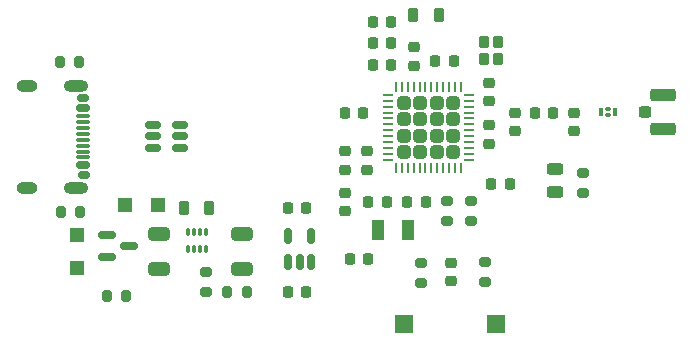
<source format=gbr>
%TF.GenerationSoftware,KiCad,Pcbnew,9.0.4*%
%TF.CreationDate,2025-09-25T07:19:07+02:00*%
%TF.ProjectId,stm32_sensirion_wb,73746d33-325f-4736-956e-736972696f6e,rev?*%
%TF.SameCoordinates,Original*%
%TF.FileFunction,Paste,Top*%
%TF.FilePolarity,Positive*%
%FSLAX46Y46*%
G04 Gerber Fmt 4.6, Leading zero omitted, Abs format (unit mm)*
G04 Created by KiCad (PCBNEW 9.0.4) date 2025-09-25 07:19:07*
%MOMM*%
%LPD*%
G01*
G04 APERTURE LIST*
G04 Aperture macros list*
%AMRoundRect*
0 Rectangle with rounded corners*
0 $1 Rounding radius*
0 $2 $3 $4 $5 $6 $7 $8 $9 X,Y pos of 4 corners*
0 Add a 4 corners polygon primitive as box body*
4,1,4,$2,$3,$4,$5,$6,$7,$8,$9,$2,$3,0*
0 Add four circle primitives for the rounded corners*
1,1,$1+$1,$2,$3*
1,1,$1+$1,$4,$5*
1,1,$1+$1,$6,$7*
1,1,$1+$1,$8,$9*
0 Add four rect primitives between the rounded corners*
20,1,$1+$1,$2,$3,$4,$5,0*
20,1,$1+$1,$4,$5,$6,$7,0*
20,1,$1+$1,$6,$7,$8,$9,0*
20,1,$1+$1,$8,$9,$2,$3,0*%
G04 Aperture macros list end*
%ADD10R,1.200000X1.200000*%
%ADD11RoundRect,0.200000X-0.275000X0.200000X-0.275000X-0.200000X0.275000X-0.200000X0.275000X0.200000X0*%
%ADD12RoundRect,0.225000X-0.250000X0.225000X-0.250000X-0.225000X0.250000X-0.225000X0.250000X0.225000X0*%
%ADD13RoundRect,0.218750X-0.218750X-0.381250X0.218750X-0.381250X0.218750X0.381250X-0.218750X0.381250X0*%
%ADD14RoundRect,0.218750X-0.218750X-0.256250X0.218750X-0.256250X0.218750X0.256250X-0.218750X0.256250X0*%
%ADD15RoundRect,0.225000X0.250000X-0.225000X0.250000X0.225000X-0.250000X0.225000X-0.250000X-0.225000X0*%
%ADD16RoundRect,0.150000X-0.587500X-0.150000X0.587500X-0.150000X0.587500X0.150000X-0.587500X0.150000X0*%
%ADD17RoundRect,0.225000X0.225000X0.250000X-0.225000X0.250000X-0.225000X-0.250000X0.225000X-0.250000X0*%
%ADD18RoundRect,0.102000X0.323000X-0.373000X0.323000X0.373000X-0.323000X0.373000X-0.323000X-0.373000X0*%
%ADD19RoundRect,0.250000X-0.275000X-0.250000X0.275000X-0.250000X0.275000X0.250000X-0.275000X0.250000X0*%
%ADD20RoundRect,0.250000X-0.850000X-0.275000X0.850000X-0.275000X0.850000X0.275000X-0.850000X0.275000X0*%
%ADD21RoundRect,0.250000X0.315000X-0.315000X0.315000X0.315000X-0.315000X0.315000X-0.315000X-0.315000X0*%
%ADD22RoundRect,0.062500X0.062500X-0.375000X0.062500X0.375000X-0.062500X0.375000X-0.062500X-0.375000X0*%
%ADD23RoundRect,0.062500X0.375000X-0.062500X0.375000X0.062500X-0.375000X0.062500X-0.375000X-0.062500X0*%
%ADD24RoundRect,0.150000X0.150000X-0.512500X0.150000X0.512500X-0.150000X0.512500X-0.150000X-0.512500X0*%
%ADD25RoundRect,0.200000X0.200000X0.275000X-0.200000X0.275000X-0.200000X-0.275000X0.200000X-0.275000X0*%
%ADD26RoundRect,0.218750X0.256250X-0.218750X0.256250X0.218750X-0.256250X0.218750X-0.256250X-0.218750X0*%
%ADD27R,1.500000X1.500000*%
%ADD28RoundRect,0.250000X-0.650000X0.325000X-0.650000X-0.325000X0.650000X-0.325000X0.650000X0.325000X0*%
%ADD29RoundRect,0.050000X-0.100000X0.285000X-0.100000X-0.285000X0.100000X-0.285000X0.100000X0.285000X0*%
%ADD30RoundRect,0.200000X-0.200000X-0.275000X0.200000X-0.275000X0.200000X0.275000X-0.200000X0.275000X0*%
%ADD31RoundRect,0.243750X0.456250X-0.243750X0.456250X0.243750X-0.456250X0.243750X-0.456250X-0.243750X0*%
%ADD32RoundRect,0.200000X0.275000X-0.200000X0.275000X0.200000X-0.275000X0.200000X-0.275000X-0.200000X0*%
%ADD33RoundRect,0.225000X-0.225000X-0.250000X0.225000X-0.250000X0.225000X0.250000X-0.225000X0.250000X0*%
%ADD34R,1.000000X1.800000*%
%ADD35RoundRect,0.150000X-0.350000X0.150000X-0.350000X-0.150000X0.350000X-0.150000X0.350000X0.150000X0*%
%ADD36RoundRect,0.150000X-0.425000X0.150000X-0.425000X-0.150000X0.425000X-0.150000X0.425000X0.150000X0*%
%ADD37RoundRect,0.075000X-0.500000X0.075000X-0.500000X-0.075000X0.500000X-0.075000X0.500000X0.075000X0*%
%ADD38O,2.100000X1.000000*%
%ADD39O,1.800000X1.000000*%
%ADD40RoundRect,0.150000X-0.512500X-0.150000X0.512500X-0.150000X0.512500X0.150000X-0.512500X0.150000X0*%
%ADD41RoundRect,0.041250X-0.096250X-0.308750X0.096250X-0.308750X0.096250X0.308750X-0.096250X0.308750X0*%
%ADD42RoundRect,0.036750X-0.188250X-0.085750X0.188250X-0.085750X0.188250X0.085750X-0.188250X0.085750X0*%
G04 APERTURE END LIST*
D10*
%TO.C,D2*%
X69012500Y-51290000D03*
X66212500Y-51290000D03*
%TD*%
D11*
%TO.C,R5*%
X73100000Y-56975000D03*
X73100000Y-58625000D03*
%TD*%
D12*
%TO.C,C2*%
X84800000Y-50225000D03*
X84800000Y-51775000D03*
%TD*%
D13*
%TO.C,L3*%
X90637500Y-35150000D03*
X92762500Y-35150000D03*
%TD*%
D12*
%TO.C,C9*%
X97000000Y-44525000D03*
X97000000Y-46075000D03*
%TD*%
D14*
%TO.C,L4*%
X100912500Y-43500000D03*
X102487500Y-43500000D03*
%TD*%
D15*
%TO.C,C3*%
X86700000Y-48275000D03*
X86700000Y-46725000D03*
%TD*%
D16*
%TO.C,Q1*%
X64675000Y-53790000D03*
X64675000Y-55690000D03*
X66550000Y-54740000D03*
%TD*%
D17*
%TO.C,C15*%
X88375000Y-51050000D03*
X86825000Y-51050000D03*
%TD*%
D18*
%TO.C,X2*%
X97775000Y-38925000D03*
X97775000Y-37475000D03*
X96625000Y-37475000D03*
X96625000Y-38925000D03*
%TD*%
D12*
%TO.C,C21*%
X104200000Y-43450000D03*
X104200000Y-45000000D03*
%TD*%
D19*
%TO.C,J5*%
X110250000Y-43400000D03*
D20*
X111775000Y-41925000D03*
X111775000Y-44875000D03*
%TD*%
D13*
%TO.C,L1*%
X71237500Y-51500000D03*
X73362500Y-51500000D03*
%TD*%
D21*
%TO.C,U3*%
X89800000Y-46800000D03*
X91200000Y-46800000D03*
X92600000Y-46800000D03*
X94000000Y-46800000D03*
X89800000Y-45400000D03*
X91200000Y-45400000D03*
X92600000Y-45400000D03*
X94000000Y-45400000D03*
X89800000Y-44000000D03*
X91200000Y-44000000D03*
X92600000Y-44000000D03*
X94000000Y-44000000D03*
X89800000Y-42600000D03*
X91200000Y-42600000D03*
X92600000Y-42600000D03*
X94000000Y-42600000D03*
D22*
X89150000Y-48137500D03*
X89650000Y-48137500D03*
X90150000Y-48137500D03*
X90650000Y-48137500D03*
X91150000Y-48137500D03*
X91650000Y-48137500D03*
X92150000Y-48137500D03*
X92650000Y-48137500D03*
X93150000Y-48137500D03*
X93650000Y-48137500D03*
X94150000Y-48137500D03*
X94650000Y-48137500D03*
D23*
X95337500Y-47450000D03*
X95337500Y-46950000D03*
X95337500Y-46450000D03*
X95337500Y-45950000D03*
X95337500Y-45450000D03*
X95337500Y-44950000D03*
X95337500Y-44450000D03*
X95337500Y-43950000D03*
X95337500Y-43450000D03*
X95337500Y-42950000D03*
X95337500Y-42450000D03*
X95337500Y-41950000D03*
D22*
X94650000Y-41262500D03*
X94150000Y-41262500D03*
X93650000Y-41262500D03*
X93150000Y-41262500D03*
X92650000Y-41262500D03*
X92150000Y-41262500D03*
X91650000Y-41262500D03*
X91150000Y-41262500D03*
X90650000Y-41262500D03*
X90150000Y-41262500D03*
X89650000Y-41262500D03*
X89150000Y-41262500D03*
D23*
X88462500Y-41950000D03*
X88462500Y-42450000D03*
X88462500Y-42950000D03*
X88462500Y-43450000D03*
X88462500Y-43950000D03*
X88462500Y-44450000D03*
X88462500Y-44950000D03*
X88462500Y-45450000D03*
X88462500Y-45950000D03*
X88462500Y-46450000D03*
X88462500Y-46950000D03*
X88462500Y-47450000D03*
%TD*%
D24*
%TO.C,U4*%
X80050000Y-56137500D03*
X81000000Y-56137500D03*
X81950000Y-56137500D03*
X81950000Y-53862500D03*
X80050000Y-53862500D03*
%TD*%
D17*
%TO.C,C18*%
X94025000Y-39050000D03*
X92475000Y-39050000D03*
%TD*%
D25*
%TO.C,R4*%
X76525000Y-58600000D03*
X74875000Y-58600000D03*
%TD*%
D12*
%TO.C,C19*%
X93850000Y-56175000D03*
X93850000Y-57725000D03*
%TD*%
D26*
%TO.C,L2*%
X90650000Y-39487500D03*
X90650000Y-37912500D03*
%TD*%
D27*
%TO.C,SW1*%
X97650000Y-61350000D03*
X89850000Y-61350000D03*
%TD*%
D15*
%TO.C,C12*%
X97000000Y-42475000D03*
X97000000Y-40925000D03*
%TD*%
D17*
%TO.C,C11*%
X88775000Y-37600000D03*
X87225000Y-37600000D03*
%TD*%
D28*
%TO.C,C1*%
X69050000Y-53765000D03*
X69050000Y-56715000D03*
%TD*%
D15*
%TO.C,C6*%
X84800000Y-48275000D03*
X84800000Y-46725000D03*
%TD*%
D29*
%TO.C,U1*%
X73050000Y-53520000D03*
X72550000Y-53520000D03*
X72050000Y-53520000D03*
X71550000Y-53520000D03*
X71550000Y-55000000D03*
X72050000Y-55000000D03*
X72550000Y-55000000D03*
X73050000Y-55000000D03*
%TD*%
D11*
%TO.C,R10*%
X96700000Y-56125000D03*
X96700000Y-57775000D03*
%TD*%
D30*
%TO.C,R2*%
X60775000Y-51900000D03*
X62425000Y-51900000D03*
%TD*%
D31*
%TO.C,D3*%
X102600000Y-50137500D03*
X102600000Y-48262500D03*
%TD*%
D30*
%TO.C,R1*%
X64675000Y-59000000D03*
X66325000Y-59000000D03*
%TD*%
D32*
%TO.C,R8*%
X93500000Y-52625000D03*
X93500000Y-50975000D03*
%TD*%
D30*
%TO.C,R3*%
X60675000Y-39150000D03*
X62325000Y-39150000D03*
%TD*%
D33*
%TO.C,C5*%
X97225000Y-49500000D03*
X98775000Y-49500000D03*
%TD*%
D32*
%TO.C,R7*%
X95500000Y-52625000D03*
X95500000Y-50975000D03*
%TD*%
D17*
%TO.C,C17*%
X86775000Y-55850000D03*
X85225000Y-55850000D03*
%TD*%
D34*
%TO.C,X1*%
X90150000Y-53400000D03*
X87650000Y-53400000D03*
%TD*%
D33*
%TO.C,C13*%
X80025000Y-58600000D03*
X81575000Y-58600000D03*
%TD*%
D17*
%TO.C,C8*%
X88775000Y-35800000D03*
X87225000Y-35800000D03*
%TD*%
D33*
%TO.C,C14*%
X90125000Y-51050000D03*
X91675000Y-51050000D03*
%TD*%
%TO.C,C16*%
X80000000Y-51500000D03*
X81550000Y-51500000D03*
%TD*%
D35*
%TO.C,J2*%
X62680000Y-42230000D03*
D36*
X62680000Y-43100000D03*
D37*
X62680000Y-44250000D03*
X62680000Y-45250000D03*
X62680000Y-45750000D03*
X62680000Y-46750000D03*
D36*
X62680000Y-47900000D03*
D35*
X62760000Y-48700000D03*
X62760000Y-48700000D03*
D36*
X62680000Y-47900000D03*
D37*
X62680000Y-47250000D03*
X62680000Y-46250000D03*
X62680000Y-44750000D03*
X62680000Y-43750000D03*
D36*
X62680000Y-43100000D03*
D35*
X62680000Y-42230000D03*
D38*
X62105000Y-41180000D03*
D39*
X57925000Y-41180000D03*
D38*
X62105000Y-49820000D03*
D39*
X57925000Y-49820000D03*
%TD*%
D12*
%TO.C,C20*%
X99200000Y-43450000D03*
X99200000Y-45000000D03*
%TD*%
D11*
%TO.C,R9*%
X91250000Y-56200000D03*
X91250000Y-57850000D03*
%TD*%
%TO.C,R6*%
X105000000Y-48575000D03*
X105000000Y-50225000D03*
%TD*%
D40*
%TO.C,U2*%
X68562500Y-44510000D03*
X68562500Y-45460000D03*
X68562500Y-46410000D03*
X70837500Y-46410000D03*
X70837500Y-45460000D03*
X70837500Y-44510000D03*
%TD*%
D28*
%TO.C,C7*%
X76100000Y-53725000D03*
X76100000Y-56675000D03*
%TD*%
D17*
%TO.C,C4*%
X86375000Y-43500000D03*
X84825000Y-43500000D03*
%TD*%
D10*
%TO.C,D1*%
X62112500Y-56640000D03*
X62112500Y-53840000D03*
%TD*%
D17*
%TO.C,C10*%
X88775000Y-39400000D03*
X87225000Y-39400000D03*
%TD*%
D41*
%TO.C,FLT1*%
X106500000Y-43400000D03*
D42*
X107112500Y-43169000D03*
D41*
X107725000Y-43400000D03*
D42*
X107112500Y-43624000D03*
%TD*%
M02*

</source>
